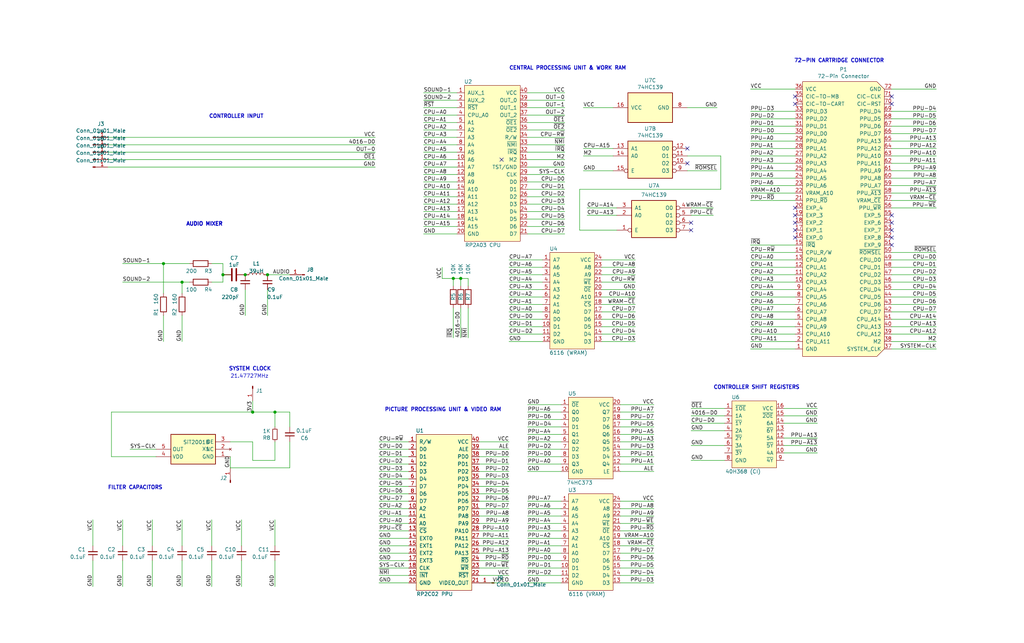
<source format=kicad_sch>
(kicad_sch (version 20231120) (generator "eeschema") (generator_version "8.0")
  (paper "User" 350.012 219.989)
  (title_block (title "TinyTendo") (rev "01") (comment 1 "KiCad Schematic by Redherring32") (comment 2 "Reverse Engineered by Redherring32") (comment 3 "Nintendo Entertainment System (NES) Motherboard"))
  (junction (at 93.98 140.97))
  (junction (at 154.94 95.25))
  (junction (at 83.82 93.98))
  (junction (at 157.48 95.25))
  (junction (at 55.88 90.17))
  (junction (at 62.23 96.52))
  (junction (at 91.44 93.98))
  (junction (at 76.2 93.98))
  (junction (at 86.36 140.97))
  (no_connect (at 304.8 35.56))
  (no_connect (at 271.78 33.02))
  (no_connect (at 304.8 33.02))
  (no_connect (at 304.8 76.2))
  (no_connect (at 236.22 76.2))
  (no_connect (at 234.95 50.8))
  (no_connect (at 236.22 78.74))
  (no_connect (at 271.78 71.12))
  (no_connect (at 304.8 78.74))
  (no_connect (at 271.78 73.66))
  (no_connect (at 271.78 81.28))
  (no_connect (at 271.78 35.56))
  (no_connect (at 171.45 54.61))
  (no_connect (at 304.8 73.66))
  (no_connect (at 271.78 78.74))
  (no_connect (at 234.95 55.88))
  (no_connect (at 304.8 83.82))
  (no_connect (at 271.78 76.2))
  (no_connect (at 304.8 81.28))
  (wire (pts (xy 156.21 64.77) (xy 144.78 64.77)))
  (wire (pts (xy 163.83 173.99) (xy 173.99 173.99)))
  (wire (pts (xy 78.74 93.98) (xy 76.2 93.98)))
  (wire (pts (xy 93.98 177.8) (xy 93.98 186.69)))
  (wire (pts (xy 212.09 153.67) (xy 223.52 153.67)))
  (wire (pts (xy 193.04 64.77) (xy 180.34 64.77)))
  (wire (pts (xy 271.78 63.5) (xy 256.54 63.5)))
  (wire (pts (xy 36.83 57.15) (xy 128.27 57.15)))
  (wire (pts (xy 86.36 151.13) (xy 86.36 157.48)))
  (wire (pts (xy 180.34 140.97) (xy 191.77 140.97)))
  (wire (pts (xy 129.54 151.13) (xy 139.7 151.13)))
  (wire (pts (xy 304.8 68.58) (xy 320.04 68.58)))
  (wire (pts (xy 38.1 140.97) (xy 38.1 156.21)))
  (wire (pts (xy 247.65 144.78) (xy 236.22 144.78)))
  (wire (pts (xy 129.54 184.15) (xy 139.7 184.15)))
  (wire (pts (xy 212.09 191.77) (xy 223.52 191.77)))
  (wire (pts (xy 243.84 71.12) (xy 236.22 71.12)))
  (wire (pts (xy 256.54 99.06) (xy 271.78 99.06)))
  (wire (pts (xy 144.78 34.29) (xy 156.21 34.29)))
  (wire (pts (xy 193.04 57.15) (xy 180.34 57.15)))
  (wire (pts (xy 83.82 99.06) (xy 83.82 107.95)))
  (wire (pts (xy 320.04 101.6) (xy 304.8 101.6)))
  (wire (pts (xy 91.44 99.06) (xy 91.44 107.95)))
  (wire (pts (xy 144.78 67.31) (xy 156.21 67.31)))
  (wire (pts (xy 200.66 73.66) (xy 210.82 73.66)))
  (wire (pts (xy 180.34 151.13) (xy 191.77 151.13)))
  (wire (pts (xy 41.91 177.8) (xy 41.91 186.69)))
  (wire (pts (xy 246.38 64.77) (xy 246.38 53.34)))
  (wire (pts (xy 304.8 93.98) (xy 320.04 93.98)))
  (wire (pts (xy 212.09 184.15) (xy 223.52 184.15)))
  (wire (pts (xy 156.21 57.15) (xy 144.78 57.15)))
  (wire (pts (xy 320.04 106.68) (xy 304.8 106.68)))
  (wire (pts (xy 180.34 189.23) (xy 191.77 189.23)))
  (wire (pts (xy 44.45 153.67) (xy 53.34 153.67)))
  (wire (pts (xy 180.34 199.39) (xy 191.77 199.39)))
  (wire (pts (xy 163.83 194.31) (xy 173.99 194.31)))
  (wire (pts (xy 129.54 186.69) (xy 139.7 186.69)))
  (wire (pts (xy 193.04 52.07) (xy 180.34 52.07)))
  (wire (pts (xy 320.04 91.44) (xy 304.8 91.44)))
  (wire (pts (xy 173.99 109.22) (xy 185.42 109.22)))
  (wire (pts (xy 193.04 34.29) (xy 180.34 34.29)))
  (wire (pts (xy 256.54 119.38) (xy 271.78 119.38)))
  (wire (pts (xy 246.38 53.34) (xy 234.95 53.34)))
  (wire (pts (xy 144.78 77.47) (xy 156.21 77.47)))
  (wire (pts (xy 193.04 44.45) (xy 180.34 44.45)))
  (wire (pts (xy 193.04 80.01) (xy 180.34 80.01)))
  (wire (pts (xy 304.8 114.3) (xy 320.04 114.3)))
  (wire (pts (xy 99.06 160.02) (xy 78.74 160.02)))
  (wire (pts (xy 163.83 191.77) (xy 173.99 191.77)))
  (wire (pts (xy 212.09 179.07) (xy 223.52 179.07)))
  (wire (pts (xy 154.94 105.41) (xy 154.94 115.57)))
  (wire (pts (xy 212.09 171.45) (xy 223.52 171.45)))
  (wire (pts (xy 217.17 101.6) (xy 205.74 101.6)))
  (wire (pts (xy 129.54 194.31) (xy 139.7 194.31)))
  (wire (pts (xy 99.06 151.13) (xy 99.06 160.02)))
  (wire (pts (xy 304.8 45.72) (xy 320.04 45.72)))
  (wire (pts (xy 163.83 166.37) (xy 173.99 166.37)))
  (wire (pts (xy 163.83 156.21) (xy 173.99 156.21)))
  (wire (pts (xy 180.34 148.59) (xy 191.77 148.59)))
  (wire (pts (xy 217.17 106.68) (xy 205.74 106.68)))
  (wire (pts (xy 144.78 46.99) (xy 156.21 46.99)))
  (wire (pts (xy 173.99 104.14) (xy 185.42 104.14)))
  (wire (pts (xy 200.66 71.12) (xy 210.82 71.12)))
  (wire (pts (xy 129.54 153.67) (xy 139.7 153.67)))
  (wire (pts (xy 256.54 104.14) (xy 271.78 104.14)))
  (wire (pts (xy 193.04 46.99) (xy 180.34 46.99)))
  (wire (pts (xy 212.09 196.85) (xy 223.52 196.85)))
  (wire (pts (xy 129.54 179.07) (xy 139.7 179.07)))
  (wire (pts (xy 82.55 191.77) (xy 82.55 200.66)))
  (wire (pts (xy 256.54 40.64) (xy 271.78 40.64)))
  (wire (pts (xy 129.54 191.77) (xy 139.7 191.77)))
  (wire (pts (xy 163.83 168.91) (xy 173.99 168.91)))
  (wire (pts (xy 93.98 157.48) (xy 93.98 151.13)))
  (wire (pts (xy 304.8 99.06) (xy 320.04 99.06)))
  (wire (pts (xy 217.17 93.98) (xy 205.74 93.98)))
  (wire (pts (xy 193.04 72.39) (xy 180.34 72.39)))
  (wire (pts (xy 62.23 100.33) (xy 62.23 96.52)))
  (wire (pts (xy 279.4 139.7) (xy 267.97 139.7)))
  (wire (pts (xy 217.17 104.14) (xy 205.74 104.14)))
  (wire (pts (xy 180.34 158.75) (xy 191.77 158.75)))
  (wire (pts (xy 271.78 111.76) (xy 256.54 111.76)))
  (wire (pts (xy 144.78 72.39) (xy 156.21 72.39)))
  (wire (pts (xy 217.17 96.52) (xy 205.74 96.52)))
  (wire (pts (xy 160.02 105.41) (xy 160.02 115.57)))
  (wire (pts (xy 86.36 140.97) (xy 38.1 140.97)))
  (wire (pts (xy 129.54 189.23) (xy 139.7 189.23)))
  (wire (pts (xy 144.78 41.91) (xy 156.21 41.91)))
  (wire (pts (xy 180.34 181.61) (xy 191.77 181.61)))
  (wire (pts (xy 256.54 109.22) (xy 271.78 109.22)))
  (wire (pts (xy 154.94 95.25) (xy 157.48 95.25)))
  (wire (pts (xy 193.04 77.47) (xy 180.34 77.47)))
  (wire (pts (xy 212.09 151.13) (xy 223.52 151.13)))
  (wire (pts (xy 271.78 43.18) (xy 256.54 43.18)))
  (wire (pts (xy 304.8 53.34) (xy 320.04 53.34)))
  (wire (pts (xy 36.83 52.07) (xy 128.27 52.07)))
  (wire (pts (xy 212.09 158.75) (xy 223.52 158.75)))
  (wire (pts (xy 304.8 119.38) (xy 320.04 119.38)))
  (wire (pts (xy 157.48 95.25) (xy 160.02 95.25)))
  (wire (pts (xy 52.07 191.77) (xy 52.07 200.66)))
  (wire (pts (xy 93.98 191.77) (xy 93.98 200.66)))
  (wire (pts (xy 247.65 139.7) (xy 236.22 139.7)))
  (wire (pts (xy 304.8 38.1) (xy 320.04 38.1)))
  (wire (pts (xy 163.83 161.29) (xy 173.99 161.29)))
  (wire (pts (xy 212.09 176.53) (xy 223.52 176.53)))
  (wire (pts (xy 199.39 50.8) (xy 209.55 50.8)))
  (wire (pts (xy 320.04 40.64) (xy 304.8 40.64)))
  (wire (pts (xy 320.04 55.88) (xy 304.8 55.88)))
  (wire (pts (xy 256.54 88.9) (xy 271.78 88.9)))
  (wire (pts (xy 256.54 114.3) (xy 271.78 114.3)))
  (wire (pts (xy 304.8 63.5) (xy 320.04 63.5)))
  (wire (pts (xy 173.99 179.07) (xy 163.83 179.07)))
  (wire (pts (xy 99.06 146.05) (xy 99.06 140.97)))
  (wire (pts (xy 320.04 86.36) (xy 304.8 86.36)))
  (wire (pts (xy 271.78 68.58) (xy 256.54 68.58)))
  (wire (pts (xy 256.54 45.72) (xy 271.78 45.72)))
  (wire (pts (xy 180.34 36.83) (xy 193.04 36.83)))
  (wire (pts (xy 163.83 181.61) (xy 173.99 181.61)))
  (wire (pts (xy 156.21 44.45) (xy 144.78 44.45)))
  (wire (pts (xy 245.11 58.42) (xy 234.95 58.42)))
  (wire (pts (xy 256.54 30.48) (xy 271.78 30.48)))
  (wire (pts (xy 212.09 146.05) (xy 223.52 146.05)))
  (wire (pts (xy 163.83 199.39) (xy 173.99 199.39)))
  (wire (pts (xy 247.65 147.32) (xy 236.22 147.32)))
  (wire (pts (xy 180.34 173.99) (xy 191.77 173.99)))
  (wire (pts (xy 212.09 186.69) (xy 223.52 186.69)))
  (wire (pts (xy 198.12 78.74) (xy 198.12 64.77)))
  (wire (pts (xy 212.09 161.29) (xy 223.52 161.29)))
  (wire (pts (xy 129.54 199.39) (xy 139.7 199.39)))
  (wire (pts (xy 129.54 158.75) (xy 139.7 158.75)))
  (wire (pts (xy 173.99 99.06) (xy 185.42 99.06)))
  (wire (pts (xy 217.17 91.44) (xy 205.74 91.44)))
  (wire (pts (xy 267.97 144.78) (xy 279.4 144.78)))
  (wire (pts (xy 180.34 179.07) (xy 191.77 179.07)))
  (wire (pts (xy 144.78 31.75) (xy 156.21 31.75)))
  (wire (pts (xy 86.36 137.16) (xy 86.36 140.97)))
  (wire (pts (xy 271.78 101.6) (xy 256.54 101.6)))
  (wire (pts (xy 173.99 111.76) (xy 185.42 111.76)))
  (wire (pts (xy 144.78 36.83) (xy 156.21 36.83)))
  (wire (pts (xy 72.39 96.52) (xy 76.2 96.52)))
  (wire (pts (xy 180.34 191.77) (xy 191.77 191.77)))
  (wire (pts (xy 154.94 95.25) (xy 154.94 97.79)))
  (wire (pts (xy 62.23 191.77) (xy 62.23 200.66)))
  (wire (pts (xy 320.04 66.04) (xy 304.8 66.04)))
  (wire (pts (xy 267.97 149.86) (xy 279.4 149.86)))
  (wire (pts (xy 163.83 158.75) (xy 173.99 158.75)))
  (wire (pts (xy 320.04 116.84) (xy 304.8 116.84)))
  (wire (pts (xy 217.17 88.9) (xy 205.74 88.9)))
  (wire (pts (xy 180.34 194.31) (xy 191.77 194.31)))
  (wire (pts (xy 217.17 109.22) (xy 205.74 109.22)))
  (wire (pts (xy 267.97 142.24) (xy 279.4 142.24)))
  (wire (pts (xy 129.54 163.83) (xy 139.7 163.83)))
  (wire (pts (xy 193.04 67.31) (xy 180.34 67.31)))
  (wire (pts (xy 156.21 80.01) (xy 144.78 80.01)))
  (wire (pts (xy 256.54 60.96) (xy 271.78 60.96)))
  (wire (pts (xy 212.09 143.51) (xy 223.52 143.51)))
  (wire (pts (xy 163.83 163.83) (xy 173.99 163.83)))
  (wire (pts (xy 193.04 31.75) (xy 180.34 31.75)))
  (wire (pts (xy 173.99 91.44) (xy 185.42 91.44)))
  (wire (pts (xy 271.78 38.1) (xy 256.54 38.1)))
  (wire (pts (xy 36.83 54.61) (xy 128.27 54.61)))
  (wire (pts (xy 180.34 41.91) (xy 193.04 41.91)))
  (wire (pts (xy 320.04 48.26) (xy 304.8 48.26)))
  (wire (pts (xy 271.78 86.36) (xy 256.54 86.36)))
  (wire (pts (xy 304.8 88.9) (xy 320.04 88.9)))
  (wire (pts (xy 212.09 140.97) (xy 223.52 140.97)))
  (wire (pts (xy 256.54 93.98) (xy 271.78 93.98)))
  (wire (pts (xy 55.88 90.17) (xy 64.77 90.17)))
  (wire (pts (xy 271.78 83.82) (xy 256.54 83.82)))
  (wire (pts (xy 212.09 173.99) (xy 223.52 173.99)))
  (wire (pts (xy 144.78 62.23) (xy 156.21 62.23)))
  (wire (pts (xy 256.54 66.04) (xy 271.78 66.04)))
  (wire (pts (xy 271.78 58.42) (xy 256.54 58.42)))
  (wire (pts (xy 129.54 166.37) (xy 139.7 166.37)))
  (wire (pts (xy 129.54 173.99) (xy 139.7 173.99)))
  (wire (pts (xy 320.04 60.96) (xy 304.8 60.96)))
  (wire (pts (xy 93.98 140.97) (xy 86.36 140.97)))
  (wire (pts (xy 217.17 111.76) (xy 205.74 111.76)))
  (wire (pts (xy 198.12 64.77) (xy 246.38 64.77)))
  (wire (pts (xy 193.04 59.69) (xy 180.34 59.69)))
  (wire (pts (xy 86.36 157.48) (xy 93.98 157.48)))
  (wire (pts (xy 271.78 96.52) (xy 256.54 96.52)))
  (wire (pts (xy 129.54 156.21) (xy 139.7 156.21)))
  (wire (pts (xy 271.78 48.26) (xy 256.54 48.26)))
  (wire (pts (xy 163.83 189.23) (xy 173.99 189.23)))
  (wire (pts (xy 129.54 176.53) (xy 139.7 176.53)))
  (wire (pts (xy 72.39 191.77) (xy 72.39 200.66)))
  (wire (pts (xy 304.8 96.52) (xy 320.04 96.52)))
  (wire (pts (xy 78.74 156.21) (xy 78.74 160.02)))
  (wire (pts (xy 36.83 46.99) (xy 128.27 46.99)))
  (wire (pts (xy 151.13 95.25) (xy 154.94 95.25)))
  (wire (pts (xy 38.1 156.21) (xy 53.34 156.21)))
  (wire (pts (xy 91.44 93.98) (xy 99.06 93.98)))
  (wire (pts (xy 129.54 161.29) (xy 139.7 161.29)))
  (wire (pts (xy 93.98 140.97) (xy 99.06 140.97)))
  (wire (pts (xy 180.34 186.69) (xy 191.77 186.69)))
  (wire (pts (xy 199.39 53.34) (xy 209.55 53.34)))
  (wire (pts (xy 163.83 153.67) (xy 173.99 153.67)))
  (wire (pts (xy 156.21 49.53) (xy 144.78 49.53)))
  (wire (pts (xy 304.8 109.22) (xy 320.04 109.22)))
  (wire (pts (xy 163.83 196.85) (xy 173.99 196.85)))
  (wire (pts (xy 173.99 176.53) (xy 163.83 176.53)))
  (wire (pts (xy 157.48 95.25) (xy 157.48 97.79)))
  (wire (pts (xy 41.91 96.52) (xy 62.23 96.52)))
  (wire (pts (xy 212.09 194.31) (xy 223.52 194.31)))
  (wire (pts (xy 129.54 168.91) (xy 139.7 168.91)))
  (wire (pts (xy 156.21 74.93) (xy 144.78 74.93)))
  (wire (pts (xy 180.34 184.15) (xy 191.77 184.15)))
  (wire (pts (xy 93.98 140.97) (xy 93.98 146.05)))
  (wire (pts (xy 76.2 93.98) (xy 76.2 96.52)))
  (wire (pts (xy 236.22 142.24) (xy 247.65 142.24)))
  (wire (pts (xy 52.07 177.8) (xy 52.07 186.69)))
  (wire (pts (xy 243.84 73.66) (xy 236.22 73.66)))
  (wire (pts (xy 129.54 171.45) (xy 139.7 171.45)))
  (wire (pts (xy 199.39 36.83) (xy 209.55 36.83)))
  (wire (pts (xy 72.39 90.17) (xy 76.2 90.17)))
  (wire (pts (xy 173.99 101.6) (xy 185.42 101.6)))
  (wire (pts (xy 41.91 191.77) (xy 41.91 200.66)))
  (wire (pts (xy 160.02 95.25) (xy 160.02 97.79)))
  (wire (pts (xy 234.95 36.83) (xy 245.11 36.83)))
  (wire (pts (xy 304.8 43.18) (xy 320.04 43.18)))
  (wire (pts (xy 129.54 181.61) (xy 139.7 181.61)))
  (wire (pts (xy 180.34 196.85) (xy 191.77 196.85)))
  (wire (pts (xy 163.83 151.13) (xy 173.99 151.13)))
  (wire (pts (xy 173.99 114.3) (xy 185.42 114.3)))
  (wire (pts (xy 217.17 99.06) (xy 205.74 99.06)))
  (wire (pts (xy 173.99 88.9) (xy 185.42 88.9)))
  (wire (pts (xy 267.97 152.4) (xy 279.4 152.4)))
  (wire (pts (xy 180.34 138.43) (xy 191.77 138.43)))
  (wire (pts (xy 173.99 116.84) (xy 185.42 116.84)))
  (wire (pts (xy 212.09 156.21) (xy 223.52 156.21)))
  (wire (pts (xy 320.04 71.12) (xy 304.8 71.12)))
  (wire (pts (xy 144.78 52.07) (xy 156.21 52.07)))
  (wire (pts (xy 156.21 69.85) (xy 144.78 69.85)))
  (wire (pts (xy 256.54 50.8) (xy 271.78 50.8)))
  (wire (pts (xy 236.22 157.48) (xy 247.65 157.48)))
  (wire (pts (xy 193.04 54.61) (xy 180.34 54.61)))
  (wire (pts (xy 247.65 152.4) (xy 236.22 152.4)))
  (wire (pts (xy 76.2 90.17) (xy 76.2 93.98)))
  (wire (pts (xy 144.78 39.37) (xy 156.21 39.37)))
  (wire (pts (xy 223.52 138.43) (xy 212.09 138.43)))
  (wire (pts (xy 180.34 153.67) (xy 191.77 153.67)))
  (wire (pts (xy 271.78 91.44) (xy 256.54 91.44)))
  (wire (pts (xy 198.12 78.74) (xy 210.82 78.74)))
  (wire (pts (xy 62.23 96.52) (xy 64.77 96.52)))
  (wire (pts (xy 129.54 196.85) (xy 139.7 196.85)))
  (wire (pts (xy 304.8 58.42) (xy 320.04 58.42)))
  (wire (pts (xy 180.34 143.51) (xy 191.77 143.51)))
  (wire (pts (xy 271.78 53.34) (xy 256.54 53.34)))
  (wire (pts (xy 212.09 148.59) (xy 223.52 148.59)))
  (wire (pts (xy 163.83 186.69) (xy 173.99 186.69)))
  (wire (pts (xy 180.34 62.23) (xy 193.04 62.23)))
  (wire (pts (xy 320.04 30.48) (xy 304.8 30.48)))
  (wire (pts (xy 180.34 146.05) (xy 191.77 146.05)))
  (wire (pts (xy 193.04 74.93) (xy 180.34 74.93)))
  (wire (pts (xy 86.36 151.13) (xy 78.74 151.13)))
  (wire (pts (xy 320.04 50.8) (xy 304.8 50.8)))
  (wire (pts (xy 212.09 199.39) (xy 223.52 199.39)))
  (wire (pts (xy 173.99 93.98) (xy 185.42 93.98)))
  (wire (pts (xy 180.34 49.53) (xy 193.04 49.53)))
  (wire (pts (xy 267.97 154.94) (xy 279.4 154.94)))
  (wire (pts (xy 72.39 177.8) (xy 72.39 186.69)))
  (wire (pts (xy 271.78 106.68) (xy 256.54 106.68)))
  (wire (pts (xy 82.55 177.8) (xy 82.55 186.69)))
  (wire (pts (xy 180.34 156.21) (xy 191.77 156.21)))
  (wire (pts (xy 36.83 49.53) (xy 128.27 49.53)))
  (wire (pts (xy 217.17 114.3) (xy 205.74 114.3)))
  (wire (pts (xy 144.78 59.69) (xy 156.21 59.69)))
  (wire (pts (xy 212.09 189.23) (xy 223.52 189.23)))
  (wire (pts (xy 180.34 171.45) (xy 191.77 171.45)))
  (wire (pts (xy 193.04 69.85) (xy 180.34 69.85)))
  (wire (pts (xy 212.09 181.61) (xy 223.52 181.61)))
  (wire (pts (xy 157.48 105.41) (xy 157.48 115.57)))
  (wire (pts (xy 163.83 184.15) (xy 173.99 184.15)))
  (wire (pts (xy 173.99 106.68) (xy 185.42 106.68)))
  (wire (pts (xy 193.04 39.37) (xy 180.34 39.37)))
  (wire (pts (xy 304.8 104.14) (xy 320.04 104.14)))
  (wire (pts (xy 55.88 100.33) (xy 55.88 90.17)))
  (wire (pts (xy 144.78 54.61) (xy 156.21 54.61)))
  (wire (pts (xy 180.34 161.29) (xy 191.77 161.29)))
  (wire (pts (xy 62.23 177.8) (xy 62.23 186.69)))
  (wire (pts (xy 163.83 171.45) (xy 173.99 171.45)))
  (wire (pts (xy 271.78 116.84) (xy 256.54 116.84)))
  (wire (pts (xy 256.54 55.88) (xy 271.78 55.88)))
  (wire (pts (xy 180.34 176.53) (xy 191.77 176.53)))
  (wire (pts (xy 62.23 107.95) (xy 62.23 116.84)))
  (wire (pts (xy 31.75 191.77) (xy 31.75 200.66)))
  (wire (pts (xy 320.04 111.76) (xy 304.8 111.76)))
  (wire (pts (xy 151.13 91.44) (xy 151.13 95.25)))
  (wire (pts (xy 41.91 90.17) (xy 55.88 90.17)))
  (wire (pts (xy 199.39 58.42) (xy 209.55 58.42)))
  (wire (pts (xy 217.17 116.84) (xy 205.74 116.84)))
  (wire (pts (xy 55.88 107.95) (xy 55.88 116.84)))
  (wire (pts (xy 31.75 177.8) (xy 31.75 186.69)))
  (wire (pts (xy 173.99 96.52) (xy 185.42 96.52)))
  (text "FILTER CAPACITORS" (at 36.83 167.64 0) (effects (font (size 1.27 1.27) (thickness 0.254) (bold yes)) (justify left bottom)))
  (text "PICTURE PROCESSING UNIT & VIDEO RAM" (at 171.45 140.97 0) (effects (font (size 1.27 1.27) (thickness 0.254) (bold yes)) (justify right bottom)))
  (text "SYSTEM CLOCK" (at 92.71 127 0) (effects (font (size 1.27 1.27) (thickness 0.254) (bold yes)) (justify right bottom)))
  (text "AUDIO MIXER" (at 76.2 77.47 0) (effects (font (size 1.27 1.27) (thickness 0.254) (bold yes)) (justify right bottom)))
  (text "CENTRAL PROCESSING UNIT & WORK RAM" (at 173.99 24.13 0) (effects (font (size 1.27 1.27) (thickness 0.254) (bold yes)) (justify left bottom)))
  (text "CONTROLLER SHIFT REGISTERS" (at 243.84 133.35 0) (effects (font (size 1.27 1.27) (thickness 0.254) (bold yes)) (justify left bottom)))
  (text "CONTROLLER INPUT\n" (at 90.17 40.64 0) (effects (font (size 1.27 1.27) (thickness 0.254) (bold yes)) (justify right bottom)))
  (text "AUDIO MIXER" (at 76.2 77.47 0) (effects (font (size 1.27 1.27) (thickness 0.254) (bold yes)) (justify right bottom)))
  (text "72-PIN CARTRIDGE CONNECTOR" (at 302.26 21.59 0) (effects (font (size 1.27 1.27) (thickness 0.254) (bold yes)) (justify right bottom)))
  (text "21.47727MHz\n" (at 78.74 129.54 0) (effects (font (size 1.27 1.27)) (justify left bottom)))
  (label "PPU-A10" (at 173.99 181.61 180))
  (label "CPU-A10" (at 144.78 64.77 0))
  (label "PPU-D3" (at 173.99 163.83 180))
  (label "SYS-CLK" (at 44.45 153.67 0))
  (label "PPU-A13" (at 173.99 189.23 180))
  (label "M2" (at 193.04 54.61 180))
  (label "~{OE2}" (at 193.04 44.45 180))
  (label "CPU-A6" (at 173.99 91.44 0))
  (label "WRAM-~{CE}" (at 243.84 71.12 180))
  (label "VCC" (at 193.04 31.75 180))
  (label "VCC" (at 31.75 177.8 270))
  (label "CPU-A9" (at 217.17 93.98 180))
  (label "PPU-A11" (at 320.04 55.88 180))
  (label "PPU-D0" (at 256.54 45.72 0))
  (label "CPU-A1" (at 129.54 176.53 0))
  (label "PPU-A4" (at 180.34 179.07 0))
  (label "CPU-A13" (at 144.78 72.39 0))
  (label "~{NMI}" (at 160.02 115.57 90))
  (label "VRAM-~{CE}" (at 223.52 186.69 180))
  (label "GND" (at 129.54 186.69 0))
  (label "AUDIO" (at 99.06 93.98 180))
  (label "CPU-A7" (at 144.78 57.15 0))
  (label "GND" (at 129.54 199.39 0))
  (label "SOUND-1" (at 144.78 31.75 0))
  (label "PPU-D3" (at 223.52 199.39 180))
  (label "SYS-CLK" (at 129.54 194.31 0))
  (label "PPU-A7" (at 223.52 140.97 180))
  (label "PPU-D1" (at 173.99 158.75 180))
  (label "PPU-D1" (at 256.54 43.18 0))
  (label "CPU-A5" (at 173.99 93.98 0))
  (label "CPU-D2" (at 320.04 93.98 180))
  (label "CPU-D3" (at 217.17 116.84 180))
  (label "4016-D0" (at 157.48 115.57 90))
  (label "~{IRQ}" (at 154.94 115.57 90))
  (label "PPU-~{CE}" (at 129.54 181.61 0))
  (label "CPU-D2" (at 129.54 158.75 0))
  (label "CPU-A8" (at 256.54 109.22 0))
  (label "PPU-D7" (at 223.52 143.51 180))
  (label "CPU-D7" (at 217.17 106.68 180))
  (label "CPU-D6" (at 217.17 109.22 180))
  (label "PPU-D5" (at 223.52 146.05 180))
  (label "CPU-A0" (at 129.54 179.07 0))
  (label "CPU-D7" (at 129.54 171.45 0))
  (label "GND" (at 279.4 154.94 180))
  (label "PPU-A2" (at 180.34 184.15 0))
  (label "CPU-D0" (at 193.04 62.23 180))
  (label "PPU-A5" (at 223.52 148.59 180))
  (label "~{IRQ}" (at 193.04 52.07 180))
  (label "PPU-~{RD}" (at 256.54 68.58 0))
  (label "PPU-~{A13}" (at 279.4 152.4 180))
  (label "CPU-A0" (at 256.54 88.9 0))
  (label "CPU-A3" (at 256.54 96.52 0))
  (label "GND" (at 279.4 142.24 180))
  (label "PPU-A9" (at 223.52 176.53 180))
  (label "CPU-D5" (at 129.54 166.37 0))
  (label "PPU-D1" (at 180.34 194.31 0))
  (label "CPU-D1" (at 193.04 64.77 180))
  (label "GND" (at 173.99 116.84 0))
  (label "PPU-D0" (at 180.34 191.77 0))
  (label "PPU-D6" (at 320.04 43.18 180))
  (label "PPU-D5" (at 223.52 194.31 180))
  (label "PPU-A0" (at 180.34 158.75 0))
  (label "WRAM-~{CE}" (at 217.17 104.14 180))
  (label "PPU-D3" (at 256.54 38.1 0))
  (label "CPU-A8" (at 217.17 91.44 180))
  (label "CPU-D1" (at 320.04 91.44 180))
  (label "VCC" (at 52.07 177.8 270))
  (label "GND" (at 279.4 144.78 180))
  (label "CPU-A9" (at 144.78 62.23 0))
  (label "CPU-A15" (at 199.39 50.8 0))
  (label "PPU-A8" (at 173.99 176.53 180))
  (label "CPU-A15" (at 144.78 77.47 0))
  (label "PPU-A6" (at 180.34 173.99 0))
  (label "CPU-A12" (at 320.04 114.3 180))
  (label "4016-D0" (at 236.22 142.24 0))
  (label "PPU-D3" (at 223.52 153.67 180))
  (label "VCC" (at 223.52 138.43 180))
  (label "SOUND-2" (at 144.78 34.29 0))
  (label "VCC" (at 279.4 139.7 180))
  (label "CPU-A6" (at 256.54 104.14 0))
  (label "GND" (at 93.98 200.66 90))
  (label "CPU-D1" (at 173.99 111.76 0))
  (label "GND" (at 256.54 119.38 0))
  (label "SOUND-1" (at 41.91 90.17 0))
  (label "CPU-D4" (at 217.17 114.3 180))
  (label "PPU-A13" (at 279.4 149.86 180))
  (label "PPU-A3" (at 256.54 55.88 0))
  (label "VCC" (at 199.39 36.83 0))
  (label "CPU-R~{W}" (at 217.17 96.52 180))
  (label "GND" (at 180.34 199.39 0))
  (label "CPU-A2" (at 256.54 93.98 0))
  (label "CPU-A6" (at 144.78 54.61 0))
  (label "PPU-D7" (at 320.04 45.72 180))
  (label "PPU-D4" (at 223.52 196.85 180))
  (label "GND" (at 129.54 191.77 0))
  (label "CPU-D3" (at 193.04 69.85 180))
  (label "PPU-A3" (at 180.34 181.61 0))
  (label "PPU-A9" (at 173.99 179.07 180))
  (label "VCC" (at 173.99 151.13 180))
  (label "CPU-A11" (at 144.78 67.31 0))
  (label "CPU-A2" (at 173.99 101.6 0))
  (label "PPU-A1" (at 223.52 158.75 180))
  (label "GND" (at 193.04 57.15 180))
  (label "CPU-D1" (at 129.54 156.21 0))
  (label "GND" (at 129.54 184.15 0))
  (label "GND" (at 217.17 99.06 180))
  (label "GND" (at 62.23 200.66 90))
  (label "VCC" (at 256.54 30.48 0))
  (label "CPU-A2" (at 129.54 173.99 0))
  (label "PPU-D6" (at 223.52 191.77 180))
  (label "VCC" (at 151.13 91.44 270))
  (label "SYS-CLK" (at 193.04 59.69 180))
  (label "VRAM-A10" (at 256.54 66.04 0))
  (label "CPU-D4" (at 193.04 72.39 180))
  (label "CPU-R~{W}" (at 193.04 46.99 180))
  (label "CPU-D2" (at 173.99 114.3 0))
  (label "CPU-A7" (at 173.99 88.9 0))
  (label "~{RST}" (at 144.78 36.83 0))
  (label "M2" (at 320.04 116.84 180))
  (label "GND" (at 180.34 161.29 0))
  (label "CPU-A0" (at 173.99 106.68 0))
  (label "VCC" (at 217.17 88.9 180))
  (label "PPU-D7" (at 223.52 189.23 180))
  (label "GND" (at 52.07 200.66 90))
  (label "PPU-D0" (at 173.99 156.21 180))
  (label "PPU-A0" (at 180.34 189.23 0))
  (label "PPU-A10" (at 320.04 53.34 180))
  (label "GND" (at 236.22 157.48 0))
  (label "GND" (at 91.44 107.95 90))
  (label "PPU-~{RD}" (at 173.99 191.77 180))
  (label "PPU-D5" (at 320.04 40.64 180))
  (label "GND" (at 41.91 200.66 90))
  (label "PPU-D5" (at 173.99 168.91 180))
  (label "~{OE1}" (at 236.22 139.7 0))
  (label "GND" (at 199.39 58.42 0))
  (label "CPU-R~{W}" (at 256.54 86.36 0))
  (label "CPU-A2" (at 144.78 44.45 0))
  (label "CPU-A8" (at 144.78 59.69 0))
  (label "CPU-A14" (at 144.78 74.93 0))
  (label "PPU-~{WE}" (at 173.99 194.31 180))
  (label "OUT-0" (at 193.04 34.29 180))
  (label "PPU-~{WE}" (at 223.52 179.07 180))
  (label "CPU-D0" (at 320.04 88.9 180))
  (label "PPU-D6" (at 173.99 171.45 180))
  (label "PPU-D4" (at 173.99 166.37 180))
  (label "PPU-A4" (at 256.54 58.42 0))
  (label "GND" (at 129.54 189.23 0))
  (label "PPU-D2" (at 173.99 161.29 180))
  (label "CPU-D7" (at 320.04 106.68 180))
  (label "~{IRQ}" (at 256.54 83.82 0))
  (label "PPU-D7" (at 173.99 173.99 180))
  (label "SOUND-2" (at 41.91 96.52 0))
  (label "GND" (at 72.39 200.66 90))
  (label "CPU-D6" (at 193.04 77.47 180))
  (label "OUT-1" (at 193.04 36.83 180))
  (label "CPU-D7" (at 193.04 80.01 180))
  (label "PPU-~{CE}" (at 243.84 73.66 180))
  (label "CPU-A11" (at 256.54 116.84 0))
  (label "OUT-2" (at 193.04 39.37 180))
  (label "VCC" (at 128.27 46.99 180))
  (label "CPU-D0" (at 129.54 153.67 0))
  (label "CPU-A3" (at 144.78 46.99 0))
  (label "GND" (at 128.27 57.15 180))
  (label "PPU-~{A13}" (at 320.04 66.04 180))
  (label "CPU-D4" (at 129.54 163.83 0))
  (label "CPU-D6" (at 320.04 104.14 180))
  (label "PPU-~{RD}" (at 223.52 181.61 180))
  (label "VCC" (at 223.52 171.45 180))
  (label "PPU-A12" (at 320.04 50.8 180))
  (label "PPU-D4" (at 320.04 38.1 180))
  (label "PPU-A9" (at 320.04 58.42 180))
  (label "GND" (at 83.82 107.95 90))
  (label "CPU-D2" (at 193.04 67.31 180))
  (label "PPU-D2" (at 180.34 153.67 0))
  (label "VIDEO" (at 173.99 199.39 180))
  (label "ALE" (at 223.52 161.29 180))
  (label "GND" (at 31.75 200.66 90))
  (label "CPU-A7" (at 256.54 106.68 0))
  (label "PPU-D4" (at 180.34 146.05 0))
  (label "CPU-A10" (at 217.17 101.6 180))
  (label "ALE" (at 173.99 153.67 180))
  (label "CPU-A10" (at 256.54 114.3 0))
  (label "~{NMI}" (at 193.04 49.53 180))
  (label "M2" (at 199.39 53.34 0))
  (label "CPU-D6" (at 129.54 168.91 0))
  (label "CPU-A1" (at 144.78 41.91 0))
  (label "VRAM-~{CE}" (at 320.04 68.58 180))
  (label "CPU-A5" (at 256.54 101.6 0))
  (label "VCC" (at 62.23 177.8 270))
  (label "CPU-R~{W}" (at 129.54 151.13 0))
  (label "PPU-A2" (at 256.54 53.34 0))
  (label "CPU-D0" (at 236.22 144.78 0))
  (label "PPU-A7" (at 320.04 63.5 180))
  (label "PPU-A0" (at 256.54 48.26 0))
  (label "GND" (at 245.11 36.83 180))
  (label "PPU-A11" (at 173.99 184.15 180))
  (label "GND" (at 55.88 116.84 90))
  (label "GND" (at 62.23 116.84 90))
  (label "PPU-D1" (at 223.52 156.21 180))
  (label "CPU-D3" (at 129.54 161.29 0))
  (label "PPU-A4" (at 180.34 148.59 0))
  (label "GND" (at 236.22 147.32 0))
  (label "~{OE1}" (at 193.04 41.91 180))
  (label "CPU-D5" (at 217.17 111.76 180))
  (label "VCC" (at 72.39 177.8 270))
  (label "PPU-D2" (at 180.34 196.85 0))
  (label "CPU-A13" (at 320.04 111.76 180))
  (label "CPU-A14" (at 320.04 109.22 180))
  (label "VCC" (at 93.98 177.8 270))
  (label "CPU-A12" (at 144.78 69.85 0))
  (label "~{ROMSEL}" (at 245.11 58.42 180))
  (label "VCC" (at 82.55 177.8 270))
  (label "PPU-D6" (at 180.34 143.51 0))
  (label "PPU-~{WE}" (at 320.04 71.12 180))
  (label "SYSTEM-CLK" (at 320.04 119.38 180))
  (label "CPU-A4" (at 256.54 99.06 0))
  (label "~{OE1}" (at 128.27 54.61 180))
  (label "CPU-A5" (at 144.78 52.07 0))
  (label "PPU-A1" (at 180.34 186.69 0))
  (label "GND" (at 78.74 160.02 90))
  (label "CPU-D5" (at 193.04 74.93 180))
  (label "PPU-A1" (at 256.54 50.8 0))
  (label "PPU-A13" (at 320.04 48.26 180))
  (label "PPU-D0" (at 180.34 156.21 0))
  (label "CPU-A4" (at 173.99 96.52 0))
  (label "PPU-A5" (at 180.34 176.53 0))
  (label "~{NMI}" (at 129.54 196.85 0))
  (label "VCC" (at 41.91 177.8 270))
  (label "CPU-D0" (at 173.99 109.22 0))
  (label "CPU-A14" (at 200.66 71.12 0))
  (label "PPU-A8" (at 320.04 60.96 180))
  (label "CPU-A3" (at 173.99 99.06 0))
  (label "PPU-A12" (at 173.99 186.69 180))
  (label "CPU-D4" (at 320.04 99.06 180))
  (label "3V3" (at 86.36 137.16 270))
  (label "VCC" (at 173.99 196.85 180))
  (label "PPU-A2" (at 180.34 151.13 0))
  (label "4016-D0" (at 128.27 49.53 180))
  (label "PPU-A6" (at 256.54 63.5 0))
  (label "CPU-A13" (at 200.66 73.66 0))
  (label "CPU-D5" (at 320.04 101.6 180))
  (label "CPU-A1" (at 256.54 91.44 0))
  (label "GND" (at 320.04 30.48 180))
  (label "CPU-A1" (at 173.99 104.14 0))
  (label "CPU-A0" (at 144.78 39.37 0))
  (label "PPU-D2" (at 256.54 40.64 0))
  (label "GND" (at 236.22 152.4 0))
  (label "GND" (at 82.55 200.66 90))
  (label "PPU-A8" (at 223.52 173.99 180))
  (label "PPU-A7" (at 180.34 171.45 0))
  (label "CPU-D3" (at 320.04 96.52 180))
  (label "OUT-0" (at 128.27 52.07 180))
  (label "VRAM-A10" (at 223.52 184.15 180))
  (label "~{ROMSEL}" (at 320.04 86.36 180))
  (label "PPU-A6" (at 180.34 140.97 0))
  (label "GND" (at 144.78 80.01 0))
  (label "PPU-A5" (at 256.54 60.96 0))
  (label "CPU-A4" (at 144.78 49.53 0))
  (label "CPU-A9" (at 256.54 111.76 0))
  (label "PPU-A3" (at 223.52 151.13 180))
  (label "GND" (at 180.34 138.43 0))
  (symbol (lib_id "NESParts:72-Pin_Connector") (at 288.29 76.2 0) (unit 1)
    (property "Reference" "P1" (at 288.29 23.749 0))
    (property "Value" "72-Pin Connector" (at 288.29 26.0604 0))
    (property "Footprint" "SamacSys_Parts:5051108091" (effects (hide yes)))
  )
  (symbol (lib_id "Device:L") (at 87.63 93.98 90) (unit 1)
    (property "Reference" "L1" (at 87.63 90.17 90))
    (property "Value" "39uH" (at 87.63 92.71 90))
    (property "Footprint" "Inductor_SMD:L_0805_2012Metric_Pad1.15x1.40mm_HandSolder" (effects (hide yes)))
  )
  (symbol (lib_id "NESParts:RP2A03_CPU") (at 168.91 55.88 0) (unit 1)
    (property "Reference" "U2" (at 160.02 27.94 0))
    (property "Value" "RP2A03 CPU" (at 165.1 83.82 0))
    (property "Footprint" "Package_DIP:DIP-40_W25.4mm" (effects (hide yes)))
  )
  (symbol (lib_id "74xx:74LS139") (at 223.52 73.66 0) (unit 1)
    (property "Reference" "U7" (at 223.52 63.5 0))
    (property "Value" "74HC139" (at 223.52 66.6496 0))
    (property "Footprint" "Package_SO:TSSOP-16_4.4x5mm_P0.65mm" (effects (hide yes)))
    (property "Datasheet" "http://www.ti.com/lit/gpn/sn74LS139" (effects (hide yes)))
  )
  (symbol (lib_id "NESParts:74HC368") (at 257.81 148.59 0) (unit 1)
    (property "Reference" "U6" (at 251.46 135.89 0))
    (property "Value" "40H368 (CI)" (at 254 161.29 0))
    (property "Footprint" "Package_DIP:DIP-16_W10.16mm" (effects (hide yes)))
    (property "Datasheet" "https://www.cl.cam.ac.uk/teaching//2003/Hardware/datasheets/ht6116.pdf" (effects (hide yes)))
  )
  (symbol (lib_id "Device:R") (at 68.58 90.17 270) (unit 1)
    (property "Reference" "R3" (at 69.85 92.71 90) (effects (justify left)))
    (property "Value" "200" (at 63.5 92.71 90) (effects (justify left)))
    (property "Footprint" "Resistor_SMD:R_0805_2012Metric_Pad1.15x1.40mm_HandSolder" (effects (hide yes)))
  )
  (symbol (lib_id "Connector:Conn_01x01_Pin") (at 31.75 46.99 0) (unit 1)
    (property "Reference" "J3" (at 34.4932 42.3926 0))
    (property "Value" "Conn_01x01_Male" (at 34.4932 44.704 0))
    (property "Footprint" "TinyTendo:SolderPad" (effects (hide yes)))
    (property "Description" "Generic connector, single row, 01x01, script generated" (effects (hide yes)))
  )
  (symbol (lib_id "Connector:Conn_01x01_Pin") (at 31.75 49.53 0) (unit 1)
    (property "Reference" "J4" (at 34.4932 44.9326 0))
    (property "Value" "Conn_01x01_Male" (at 34.4932 47.244 0))
    (property "Footprint" "TinyTendo:SolderPad" (effects (hide yes)))
    (property "Description" "Generic connector, single row, 01x01, script generated" (effects (hide yes)))
  )
  (symbol (lib_id "Connector:Conn_01x01_Pin") (at 31.75 52.07 0) (unit 1)
    (property "Reference" "J5" (at 34.4932 47.4726 0))
    (property "Value" "Conn_01x01_Male" (at 34.4932 49.784 0))
    (property "Footprint" "TinyTendo:SolderPad" (effects (hide yes)))
    (property "Description" "Generic connector, single row, 01x01, script generated" (effects (hide yes)))
  )
  (symbol (lib_id "Connector:Conn_01x01_Pin") (at 31.75 57.15 0) (unit 1)
    (property "Reference" "J7" (at 34.4932 52.5526 0))
    (property "Value" "Conn_01x01_Male" (at 34.4932 54.864 0))
    (property "Footprint" "TinyTendo:SolderPad" (effects (hide yes)))
    (property "Description" "Generic connector, single row, 01x01, script generated" (effects (hide yes)))
  )
  (symbol (lib_id "Device:C_Small") (at 91.44 96.52 0) (unit 1)
    (property "Reference" "C9" (at 92.71 99.06 0))
    (property "Value" "0.1uF" (at 93.98 101.6 0))
    (property "Footprint" "Capacitor_SMD:C_0805_2012Metric_Pad1.15x1.40mm_HandSolder" (effects (hide yes)))
  )
  (symbol (lib_id "Device:R") (at 68.58 96.52 270) (unit 1)
    (property "Reference" "R4" (at 69.85 99.06 90) (effects (justify left)))
    (property "Value" "100" (at 63.5 99.06 90) (effects (justify left)))
    (property "Footprint" "Resistor_SMD:R_0805_2012Metric_Pad1.15x1.40mm_HandSolder" (effects (hide yes)))
  )
  (symbol (lib_id "Device:C_Small") (at 62.23 189.23 180) (unit 1)
    (property "Reference" "C4" (at 59.69 187.96 0) (effects (justify left)))
    (property "Value" "0.1uF" (at 59.69 190.5 0) (effects (justify left)))
    (property "Footprint" "Capacitor_SMD:C_0805_2012Metric_Pad1.15x1.40mm_HandSolder" (effects (hide yes)))
  )
  (symbol (lib_id "NESParts:RP2C02_PPU") (at 152.4 175.26 0) (unit 1)
    (property "Reference" "U1" (at 143.51 147.32 0))
    (property "Value" "RP2C02 PPU" (at 148.59 203.2 0))
    (property "Footprint" "Package_DIP:DIP-40_W25.4mm" (effects (hide yes)))
  )
  (symbol (lib_id "NESParts:2KB_SRAM") (at 201.93 185.42 0) (unit 1)
    (property "Reference" "U3" (at 195.58 167.64 0))
    (property "Value" "6116 (VRAM)" (at 200.66 203.2 0))
    (property "Footprint" "Package_DIP:DIP-24_W10.16mm" (effects (hide yes)))
    (property "Datasheet" "https://www.cl.cam.ac.uk/teaching//2003/Hardware/datasheets/ht6116.pdf" (effects (hide yes)))
  )
  (symbol (lib_id "74xx:74LS139") (at 222.25 53.34 0) (unit 2)
    (property "Reference" "U7" (at 222.25 44.0182 0))
    (property "Value" "74HC139" (at 222.25 46.3296 0))
    (property "Footprint" "Package_SO:TSSOP-16_4.4x5mm_P0.65mm" (effects (hide yes)))
    (property "Datasheet" "http://www.ti.com/lit/gpn/sn74LS139" (effects (hide yes)))
  )
  (symbol (lib_id "74xx:74LS139") (at 222.25 36.83 90) (unit 3)
    (property "Reference" "U7" (at 222.25 27.5082 90))
    (property "Value" "74HC139" (at 222.25 29.8196 90))
    (property "Footprint" "Package_SO:TSSOP-16_4.4x5mm_P0.65mm" (effects (hide yes)))
    (property "Datasheet" "http://www.ti.com/lit/gpn/sn74LS139" (effects (hide yes)))
  )
  (symbol (lib_id "NESParts:2KB_SRAM") (at 195.58 102.87 0) (unit 1)
    (property "Reference" "U4" (at 189.23 85.09 0))
    (property "Value" "6116 (WRAM)" (at 194.31 120.65 0))
    (property "Footprint" "Package_DIP:DIP-24_W10.16mm" (effects (hide yes)))
    (property "Datasheet" "https://www.cl.cam.ac.uk/teaching//2003/Hardware/datasheets/ht6116.pdf" (effects (hide yes)))
  )
  (symbol (lib_id "Device:C_Small") (at 52.07 189.23 180) (unit 1)
    (property "Reference" "C3" (at 48.26 187.96 0))
    (property "Value" "0.1uF" (at 46.99 190.5 0))
    (property "Footprint" "Capacitor_SMD:C_0805_2012Metric_Pad1.15x1.40mm_HandSolder" (effects (hide yes)))
  )
  (symbol (lib_id "Device:C_Small") (at 82.55 189.23 180) (unit 1)
    (property "Reference" "C10" (at 78.74 187.96 0))
    (property "Value" "0.1uF" (at 77.47 190.5 0))
    (property "Footprint" "Capacitor_SMD:C_0805_2012Metric_Pad1.15x1.40mm_HandSolder" (effects (hide yes)))
  )
  (symbol (lib_id "Device:C_Small") (at 99.06 148.59 180) (unit 1)
    (property "Reference" "C6" (at 105.41 149.86 0) (effects (justify left)))
    (property "Value" "0.1uF" (at 106.68 147.32 0) (effects (justify left)))
    (property "Footprint" "Capacitor_SMD:C_0805_2012Metric" (effects (hide yes)))
  )
  (symbol (lib_id "Connector:Conn_01x01_Pin") (at 31.75 54.61 0) (unit 1)
    (property "Reference" "J6" (at 34.4932 50.0126 0))
    (property "Value" "Conn_01x01_Male" (at 34.4932 52.324 0))
    (property "Footprint" "TinyTendo:SolderPad" (effects (hide yes)))
    (property "Description" "Generic connector, single row, 01x01, script generated" (effects (hide yes)))
  )
  (symbol (lib_id "Device:R") (at 62.23 104.14 180) (unit 1)
    (property "Reference" "R2" (at 59.69 105.41 90) (effects (justify left)))
    (property "Value" "160" (at 59.69 100.33 90) (effects (justify left)))
    (property "Footprint" "Resistor_SMD:R_0805_2012Metric_Pad1.15x1.40mm_HandSolder" (effects (hide yes)))
  )
  (symbol (lib_id "Device:R") (at 55.88 104.14 180) (unit 1)
    (property "Reference" "R1" (at 53.34 105.41 90) (effects (justify left)))
    (property "Value" "160" (at 53.34 100.33 90) (effects (justify left)))
    (property "Footprint" "Resistor_SMD:R_0805_2012Metric_Pad1.15x1.40mm_HandSolder" (effects (hide yes)))
  )
  (symbol (lib_id "Device:C") (at 80.01 93.98 270) (unit 1)
    (property "Reference" "C7" (at 80.01 88.265 90))
    (property "Value" "1uF" (at 80.01 90.5764 90))
    (property "Footprint" "Capacitor_SMD:CP_Elec_4x5.3" (effects (hide yes)))
    (property "Description" "Unpolarized capacitor" (effects (hide yes)))
  )
  (symbol (lib_id "NESParts:74HC373") (at 201.93 149.86 0) (unit 1)
    (property "Reference" "U5" (at 195.58 134.62 0))
    (property "Value" "74HC373" (at 198.12 165.1 0))
    (property "Footprint" "Package_DIP:DIP-24_W10.16mm" (effects (hide yes)))
    (property "Datasheet" "https://www.cl.cam.ac.uk/teaching//2003/Hardware/datasheets/ht6116.pdf" (effects (hide yes)))
  )
  (symbol (lib_id "Device:C_Small") (at 31.75 189.23 180) (unit 1)
    (property "Reference" "C1" (at 27.94 187.96 0))
    (property "Value" "0.1uF" (at 26.67 190.5 0))
    (property "Footprint" "Capacitor_SMD:C_0805_2012Metric_Pad1.15x1.40mm_HandSolder" (effects (hide yes)))
  )
  (symbol (lib_id "Device:C_Small") (at 41.91 189.23 180) (unit 1)
    (property "Reference" "C2" (at 38.1 187.96 0))
    (property "Value" "0.1uF" (at 36.83 190.5 0))
    (property "Footprint" "Capacitor_SMD:C_0805_2012Metric_Pad1.15x1.40mm_HandSolder" (effects (hide yes)))
  )
  (symbol (lib_id "Connector:Conn_01x01_Pin") (at 86.36 132.08 270) (unit 1)
    (property "Reference" "J1" (at 87.4776 133.6548 90) (effects (justify left)))
    (property "Value" "Conn_01x01_Male" (effects (hide yes)))
    (property "Footprint" "TinyTendo:SolderPad" (effects (hide yes)))
    (property "Description" "Generic connector, single row, 01x01, script generated" (effects (hide yes)))
  )
  (symbol (lib_id "Connector:Conn_01x01_Pin") (at 78.74 165.1 90) (unit 1)
    (property "Reference" "J2" (at 77.6224 163.5252 90) (effects (justify left)))
    (property "Value" "Conn_01x01_Male" (effects (hide yes)))
    (property "Footprint" "TinyTendo:SolderPad" (effects (hide yes)))
    (property "Description" "Generic connector, single row, 01x01, script generated" (effects (hide yes)))
  )
  (symbol (lib_id "Device:R") (at 154.94 101.6 0) (unit 1)
    (property "Reference" "R5" (at 154.94 102.87 90) (effects (justify left)))
    (property "Value" "10K" (at 154.94 93.98 90) (effects (justify left)))
    (property "Footprint" "Resistor_SMD:R_0805_2012Metric_Pad1.15x1.40mm_HandSolder" (effects (hide yes)))
  )
  (symbol (lib_id "Device:R") (at 157.48 101.6 0) (unit 1)
    (property "Reference" "R6" (at 157.48 102.87 90) (effects (justify left)))
    (property "Value" "10K" (at 157.48 93.98 90) (effects (justify left)))
    (property "Footprint" "Resistor_SMD:R_0805_2012Metric_Pad1.15x1.40mm_HandSolder" (effects (hide yes)))
  )
  (symbol (lib_id "Device:R") (at 160.02 101.6 0) (unit 1)
    (property "Reference" "R7" (at 160.02 102.87 90) (effects (justify left)))
    (property "Value" "10K" (at 160.02 93.98 90) (effects (justify left)))
    (property "Footprint" "Resistor_SMD:R_0805_2012Metric_Pad1.15x1.40mm_HandSolder" (effects (hide yes)))
  )
  (symbol (lib_id "Device:C_Small") (at 72.39 189.23 180) (unit 1)
    (property "Reference" "C5" (at 69.85 187.96 0) (effects (justify left)))
    (property "Value" "0.1uF" (at 69.85 190.5 0) (effects (justify left)))
    (property "Footprint" "Capacitor_SMD:C_0805_2012Metric_Pad1.15x1.40mm_HandSolder" (effects (hide yes)))
  )
  (symbol (lib_id "Connector:Conn_01x01_Pin") (at 168.91 199.39 180) (unit 1)
    (property "Reference" "J9" (at 169.6212 197.6628 0) (effects (justify right)))
    (property "Value" "Conn_01x01_Male" (at 169.6212 199.9742 0) (effects (justify right)))
    (property "Footprint" "TinyTendo:SolderPad" (effects (hide yes)))
    (property "Description" "Generic connector, single row, 01x01, script generated" (effects (hide yes)))
  )
  (symbol (lib_id "Connector:Conn_01x01_Pin") (at 104.14 93.98 180) (unit 1)
    (property "Reference" "J8" (at 104.8512 92.2528 0) (effects (justify right)))
    (property "Value" "Conn_01x01_Male" (at 95.25 95.25 0) (effects (justify right)))
    (property "Footprint" "TinyTendo:SolderPad" (effects (hide yes)))
    (property "Description" "Generic connector, single row, 01x01, script generated" (effects (hide yes)))
  )
  (symbol (lib_id "NESParts:SiT2001BI-S2-33E-48.000000E") (at 78.74 156.21 180) (unit 1)
    (property "Reference" "X1" (at 71.6788 153.5684 0) (effects (justify left)))
    (property "Value" "SiT2001B" (at 71.6788 151.257 0) (effects (justify left)))
    (property "Footprint" "SOT95P280X145-5N" (effects (hide yes)))
    (property "Datasheet" "https://componentsearchengine.com//SiT2001BI-S2-33E-48.000000E.pdf" (effects (hide yes)))
    (property "Description" "Standard Clock Oscillators 48MHz 3.3V 25ppm -40C +85C" (effects (hide yes)))
    (property "Height" "1.45" (effects (hide yes)))
    (property "Mouser Part Number" "788-2001BI-S2-3E-48E" (effects (hide yes)))
    (property "Mouser Price/Stock" "https://www.mouser.co.uk/ProductDetail/SiTime/SiT2001BI-S2-33E-48.000000E?qs=oCQe5Ii%2FOQhGs7zICLeNGw%3D%3D" (effects (hide yes)))
    (property "Manufacturer_Name" "SiTime" (effects (hide yes)))
    (property "Manufacturer_Part_Number" "SiT2001BI-S2-33E-48.000000E" (effects (hide yes)))
  )
  (symbol (lib_id "Device:R_Small") (at 93.98 148.59 180) (unit 1)
    (property "Reference" "R8" (at 92.4814 149.7584 0) (effects (justify left)))
    (property "Value" "1K" (at 92.4814 147.447 0) (effects (justify left)))
    (property "Footprint" "Resistor_SMD:R_0805_2012Metric_Pad1.15x1.40mm_HandSolder" (effects (hide yes)))
  )
  (symbol (lib_id "Device:C_Small") (at 83.82 96.52 180) (unit 1)
    (property "Reference" "C8" (at 80.01 99.06 0))
    (property "Value" "220pF" (at 78.74 101.6 0))
    (property "Footprint" "Capacitor_SMD:C_0805_2012Metric_Pad1.15x1.40mm_HandSolder" (effects (hide yes)))
  )
  (symbol (lib_id "Device:C_Small") (at 93.98 189.23 180) (unit 1)
    (property "Reference" "C11" (at 90.17 187.96 0))
    (property "Value" "0.1uF" (at 88.9 190.5 0))
    (property "Footprint" "Capacitor_SMD:C_0805_2012Metric_Pad1.15x1.40mm_HandSolder" (effects (hide yes)))
  )
)
</source>
